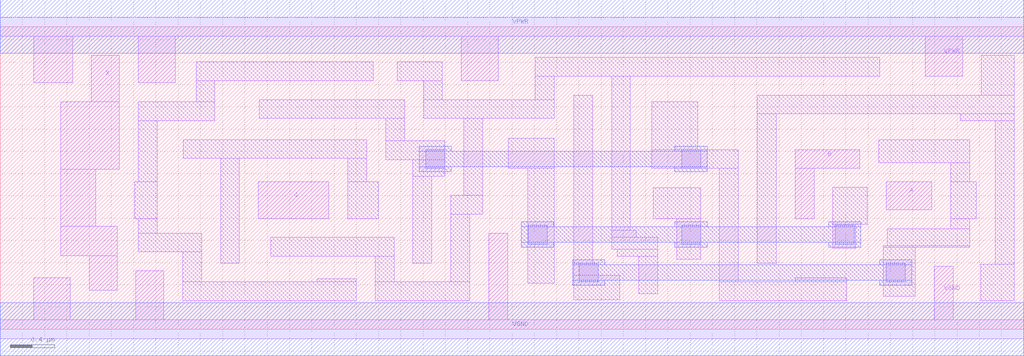
<source format=lef>
# Copyright 2020 The SkyWater PDK Authors
#
# Licensed under the Apache License, Version 2.0 (the "License");
# you may not use this file except in compliance with the License.
# You may obtain a copy of the License at
#
#     https://www.apache.org/licenses/LICENSE-2.0
#
# Unless required by applicable law or agreed to in writing, software
# distributed under the License is distributed on an "AS IS" BASIS,
# WITHOUT WARRANTIES OR CONDITIONS OF ANY KIND, either express or implied.
# See the License for the specific language governing permissions and
# limitations under the License.
#
# SPDX-License-Identifier: Apache-2.0

VERSION 5.5 ;
NAMESCASESENSITIVE ON ;
BUSBITCHARS "[]" ;
DIVIDERCHAR "/" ;
MACRO sky130_fd_sc_hd__xor3_2
  CLASS CORE ;
  SOURCE USER ;
  ORIGIN  0.000000  0.000000 ;
  SIZE  9.200000 BY  2.720000 ;
  SYMMETRY X Y R90 ;
  SITE unithd ;
  PIN A
    ANTENNAGATEAREA  0.246000 ;
    DIRECTION INPUT ;
    USE SIGNAL ;
    PORT
      LAYER li1 ;
        RECT 7.965000 1.075000 8.375000 1.325000 ;
    END
  END A
  PIN B
    ANTENNAGATEAREA  0.661500 ;
    DIRECTION INPUT ;
    USE SIGNAL ;
    PORT
      LAYER li1 ;
        RECT 7.145000 0.995000 7.315000 1.445000 ;
        RECT 7.145000 1.445000 7.725000 1.615000 ;
    END
  END B
  PIN C
    ANTENNAGATEAREA  0.381000 ;
    DIRECTION INPUT ;
    USE SIGNAL ;
    PORT
      LAYER li1 ;
        RECT 2.320000 0.995000 2.955000 1.325000 ;
    END
  END C
  PIN X
    ANTENNADIFFAREA  0.445500 ;
    DIRECTION OUTPUT ;
    USE SIGNAL ;
    PORT
      LAYER li1 ;
        RECT 0.545000 0.660000 1.050000 0.925000 ;
        RECT 0.545000 0.925000 0.860000 1.440000 ;
        RECT 0.545000 1.440000 1.070000 2.045000 ;
        RECT 0.800000 0.350000 1.050000 0.660000 ;
        RECT 0.820000 2.045000 1.070000 2.465000 ;
    END
  END X
  PIN VGND
    DIRECTION INOUT ;
    SHAPE ABUTMENT ;
    USE GROUND ;
    PORT
      LAYER li1 ;
        RECT 0.000000 -0.085000 9.200000 0.085000 ;
        RECT 0.300000  0.085000 0.630000 0.465000 ;
        RECT 1.220000  0.085000 1.470000 0.525000 ;
        RECT 4.390000  0.085000 4.560000 0.865000 ;
        RECT 8.395000  0.085000 8.565000 0.565000 ;
    END
    PORT
      LAYER met1 ;
        RECT 0.000000 -0.240000 9.200000 0.240000 ;
    END
  END VGND
  PIN VNB
    DIRECTION INOUT ;
    USE GROUND ;
    PORT
    END
  END VNB
  PIN VPB
    DIRECTION INOUT ;
    USE POWER ;
    PORT
    END
  END VPB
  PIN VPWR
    DIRECTION INOUT ;
    SHAPE ABUTMENT ;
    USE POWER ;
    PORT
      LAYER li1 ;
        RECT 0.000000 2.635000 9.200000 2.805000 ;
        RECT 0.300000 2.215000 0.650000 2.635000 ;
        RECT 1.240000 2.215000 1.575000 2.635000 ;
        RECT 4.145000 2.235000 4.475000 2.635000 ;
        RECT 8.315000 2.275000 8.650000 2.635000 ;
    END
    PORT
      LAYER met1 ;
        RECT 0.000000 2.480000 9.200000 2.960000 ;
    END
  END VPWR
  OBS
    LAYER li1 ;
      RECT 1.210000 0.995000 1.410000 1.325000 ;
      RECT 1.240000 0.695000 1.810000 0.865000 ;
      RECT 1.240000 0.865000 1.410000 0.995000 ;
      RECT 1.240000 1.325000 1.410000 1.875000 ;
      RECT 1.240000 1.875000 1.930000 2.045000 ;
      RECT 1.640000 0.255000 3.200000 0.425000 ;
      RECT 1.640000 0.425000 1.810000 0.695000 ;
      RECT 1.645000 1.535000 3.295000 1.705000 ;
      RECT 1.760000 2.045000 1.930000 2.235000 ;
      RECT 1.760000 2.235000 3.355000 2.405000 ;
      RECT 1.980000 0.595000 2.150000 1.535000 ;
      RECT 2.330000 1.895000 3.635000 2.065000 ;
      RECT 2.430000 0.655000 3.540000 0.825000 ;
      RECT 2.850000 0.425000 3.200000 0.455000 ;
      RECT 3.125000 0.995000 3.400000 1.325000 ;
      RECT 3.125000 1.325000 3.295000 1.535000 ;
      RECT 3.370000 0.255000 4.220000 0.425000 ;
      RECT 3.370000 0.425000 3.540000 0.655000 ;
      RECT 3.465000 1.525000 3.995000 1.695000 ;
      RECT 3.465000 1.695000 3.635000 1.895000 ;
      RECT 3.570000 2.235000 3.975000 2.405000 ;
      RECT 3.710000 0.595000 3.880000 1.375000 ;
      RECT 3.710000 1.375000 3.995000 1.525000 ;
      RECT 3.805000 1.895000 4.980000 2.065000 ;
      RECT 3.805000 2.065000 3.975000 2.235000 ;
      RECT 4.050000 0.425000 4.220000 1.035000 ;
      RECT 4.050000 1.035000 4.335000 1.205000 ;
      RECT 4.165000 1.205000 4.335000 1.895000 ;
      RECT 4.565000 1.445000 4.980000 1.715000 ;
      RECT 4.740000 0.415000 4.980000 1.445000 ;
      RECT 4.810000 2.065000 4.980000 2.275000 ;
      RECT 4.810000 2.275000 7.905000 2.445000 ;
      RECT 5.155000 0.265000 5.570000 0.485000 ;
      RECT 5.155000 0.485000 5.375000 0.595000 ;
      RECT 5.155000 0.595000 5.325000 2.105000 ;
      RECT 5.495000 0.720000 5.910000 0.825000 ;
      RECT 5.495000 0.825000 5.715000 0.890000 ;
      RECT 5.495000 0.890000 5.665000 2.275000 ;
      RECT 5.545000 0.655000 5.910000 0.720000 ;
      RECT 5.740000 0.320000 5.910000 0.655000 ;
      RECT 5.855000 1.445000 6.635000 1.615000 ;
      RECT 5.855000 1.615000 6.270000 2.045000 ;
      RECT 5.870000 0.995000 6.295000 1.270000 ;
      RECT 6.080000 0.630000 6.295000 0.995000 ;
      RECT 6.465000 0.255000 7.610000 0.425000 ;
      RECT 6.465000 0.425000 6.635000 1.445000 ;
      RECT 6.805000 0.595000 6.975000 1.935000 ;
      RECT 6.805000 1.935000 9.115000 2.105000 ;
      RECT 7.145000 0.425000 7.610000 0.465000 ;
      RECT 7.485000 0.730000 7.690000 0.945000 ;
      RECT 7.485000 0.945000 7.795000 1.275000 ;
      RECT 7.895000 1.495000 8.715000 1.705000 ;
      RECT 7.935000 0.295000 8.225000 0.735000 ;
      RECT 7.935000 0.735000 8.715000 0.750000 ;
      RECT 7.975000 0.750000 8.715000 0.905000 ;
      RECT 8.545000 0.905000 8.715000 0.995000 ;
      RECT 8.545000 0.995000 8.775000 1.325000 ;
      RECT 8.545000 1.325000 8.715000 1.495000 ;
      RECT 8.630000 1.875000 9.115000 1.935000 ;
      RECT 8.815000 0.255000 9.115000 0.585000 ;
      RECT 8.820000 2.105000 9.115000 2.465000 ;
      RECT 8.945000 0.585000 9.115000 1.875000 ;
    LAYER mcon ;
      RECT 3.825000 1.445000 3.995000 1.615000 ;
      RECT 4.745000 0.765000 4.915000 0.935000 ;
      RECT 5.205000 0.425000 5.375000 0.595000 ;
      RECT 6.125000 0.765000 6.295000 0.935000 ;
      RECT 6.125000 1.445000 6.295000 1.615000 ;
      RECT 7.505000 0.765000 7.675000 0.935000 ;
      RECT 7.965000 0.425000 8.135000 0.595000 ;
    LAYER met1 ;
      RECT 3.765000 1.415000 4.055000 1.460000 ;
      RECT 3.765000 1.460000 6.355000 1.600000 ;
      RECT 3.765000 1.600000 4.055000 1.645000 ;
      RECT 4.685000 0.735000 4.975000 0.780000 ;
      RECT 4.685000 0.780000 7.735000 0.920000 ;
      RECT 4.685000 0.920000 4.975000 0.965000 ;
      RECT 5.145000 0.395000 5.435000 0.440000 ;
      RECT 5.145000 0.440000 8.195000 0.580000 ;
      RECT 5.145000 0.580000 5.435000 0.625000 ;
      RECT 6.065000 0.735000 6.355000 0.780000 ;
      RECT 6.065000 0.920000 6.355000 0.965000 ;
      RECT 6.065000 1.415000 6.355000 1.460000 ;
      RECT 6.065000 1.600000 6.355000 1.645000 ;
      RECT 7.445000 0.735000 7.735000 0.780000 ;
      RECT 7.445000 0.920000 7.735000 0.965000 ;
      RECT 7.905000 0.395000 8.195000 0.440000 ;
      RECT 7.905000 0.580000 8.195000 0.625000 ;
  END
END sky130_fd_sc_hd__xor3_2
END LIBRARY

</source>
